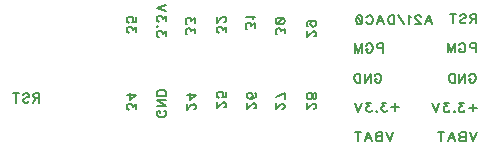
<source format=gbo>
G04 DipTrace 3.0.0.2*
G04 Teensy-TC36--T3.2-Adapter.gbo*
%MOIN*%
G04 #@! TF.FileFunction,Legend,Bot*
G04 #@! TF.Part,Single*
G04 #@! TA.AperFunction,Conductor*
%ADD14C,0.007*%
%FSLAX26Y26*%
G04*
G70*
G90*
G75*
G01*
G04 BotSilk*
%LPD*%
X733923Y678141D2*
D14*
X721023D1*
X716712Y679601D1*
X715253Y681027D1*
X713827Y683878D1*
Y686763D1*
X715253Y689615D1*
X716712Y691075D1*
X721023Y692500D1*
X733923D1*
Y662356D1*
X723875Y678141D2*
X713827Y662356D1*
X679731Y688189D2*
X682583Y691075D1*
X686894Y692500D1*
X692631D1*
X696942Y691075D1*
X699827Y688189D1*
Y685338D1*
X698368Y682452D1*
X696942Y681027D1*
X694090Y679601D1*
X685468Y676715D1*
X682583Y675290D1*
X681157Y673830D1*
X679731Y670979D1*
Y666667D1*
X682583Y663816D1*
X686894Y662356D1*
X692631D1*
X696942Y663816D1*
X699827Y666667D1*
X655683Y692500D2*
Y662356D1*
X665731Y692500D2*
X645635D1*
X2190887Y941964D2*
X2177987D1*
X2173676Y943423D1*
X2172217Y944849D1*
X2170791Y947701D1*
Y950586D1*
X2172217Y953438D1*
X2173676Y954897D1*
X2177987Y956323D1*
X2190887D1*
Y926179D1*
X2180839Y941964D2*
X2170791Y926179D1*
X2136695Y952012D2*
X2139547Y954897D1*
X2143858Y956323D1*
X2149595D1*
X2153906Y954897D1*
X2156791Y952012D1*
Y949160D1*
X2155332Y946275D1*
X2153906Y944849D1*
X2151054Y943423D1*
X2142432Y940538D1*
X2139547Y939112D1*
X2138121Y937653D1*
X2136695Y934801D1*
Y930490D1*
X2139547Y927638D1*
X2143858Y926179D1*
X2149595D1*
X2153906Y927638D1*
X2156791Y930490D1*
X2112647Y956323D2*
Y926179D1*
X2122695Y956323D2*
X2102599D1*
X2188776Y844702D2*
X2175843D1*
X2171565Y846128D1*
X2170106Y847587D1*
X2168680Y850439D1*
Y854750D1*
X2170106Y857602D1*
X2171565Y859061D1*
X2175843Y860487D1*
X2188776D1*
Y830343D1*
X2133158Y853324D2*
X2134584Y856176D1*
X2137469Y859061D1*
X2140321Y860487D1*
X2146058D1*
X2148943Y859061D1*
X2151795Y856176D1*
X2153254Y853324D1*
X2154680Y849013D1*
Y841817D1*
X2153254Y837539D1*
X2151795Y834654D1*
X2148943Y831802D1*
X2146058Y830343D1*
X2140321D1*
X2137469Y831802D1*
X2134584Y834654D1*
X2133158Y837539D1*
Y841817D1*
X2140321D1*
X2096210Y830343D2*
Y860487D1*
X2107684Y830343D1*
X2119158Y860487D1*
Y830343D1*
X1879165Y843380D2*
X1866231D1*
X1861954Y844805D1*
X1860494Y846265D1*
X1859069Y849117D1*
Y853428D1*
X1860494Y856279D1*
X1861954Y857739D1*
X1866231Y859165D1*
X1879165D1*
Y829021D1*
X1823547Y852002D2*
X1824973Y854853D1*
X1827858Y857739D1*
X1830709Y859165D1*
X1836446D1*
X1839332Y857739D1*
X1842183Y854853D1*
X1843643Y852002D1*
X1845069Y847691D1*
Y840494D1*
X1843643Y836217D1*
X1842183Y833332D1*
X1839332Y830480D1*
X1836446Y829021D1*
X1830709D1*
X1827858Y830480D1*
X1824973Y833332D1*
X1823547Y836217D1*
Y840494D1*
X1830709D1*
X1786599Y829021D2*
Y859165D1*
X1798073Y829021D1*
X1809547Y859165D1*
Y829021D1*
X2167012Y751907D2*
X2168438Y754759D1*
X2171323Y757644D1*
X2174175Y759070D1*
X2179912D1*
X2182797Y757644D1*
X2185649Y754759D1*
X2187108Y751907D1*
X2188534Y747596D1*
Y740400D1*
X2187108Y736122D1*
X2185649Y733237D1*
X2182797Y730385D1*
X2179912Y728926D1*
X2174175D1*
X2171323Y730385D1*
X2168438Y733237D1*
X2167012Y736122D1*
Y740400D1*
X2174175D1*
X2132916Y759070D2*
Y728926D1*
X2153012Y759070D1*
Y728926D1*
X2118916Y759070D2*
Y728926D1*
X2108868D1*
X2104557Y730385D1*
X2101672Y733237D1*
X2100246Y736122D1*
X2098820Y740400D1*
Y747596D1*
X2100246Y751907D1*
X2101672Y754759D1*
X2104557Y757644D1*
X2108868Y759070D1*
X2118916D1*
X1852919Y751650D2*
X1854345Y754502D1*
X1857230Y757387D1*
X1860082Y758813D1*
X1865819D1*
X1868704Y757387D1*
X1871556Y754502D1*
X1873015Y751650D1*
X1874441Y747339D1*
Y740143D1*
X1873015Y735865D1*
X1871556Y732980D1*
X1868704Y730128D1*
X1865819Y728669D1*
X1860082D1*
X1857230Y730128D1*
X1854345Y732980D1*
X1852919Y735865D1*
Y740143D1*
X1860082D1*
X1818823Y758813D2*
Y728669D1*
X1838919Y758813D1*
Y728669D1*
X1804823Y758813D2*
Y728669D1*
X1794775D1*
X1790464Y730128D1*
X1787579Y732980D1*
X1786153Y735865D1*
X1784727Y740143D1*
Y747339D1*
X1786153Y751650D1*
X1787579Y754502D1*
X1790464Y757387D1*
X1794775Y758813D1*
X1804823D1*
X2179881Y658723D2*
Y632890D1*
X2192781Y645790D2*
X2166948D1*
X2150063Y660862D2*
X2134311D1*
X2142900Y649388D1*
X2138589D1*
X2135737Y647962D1*
X2134311Y646536D1*
X2132852Y642225D1*
Y639374D1*
X2134311Y635062D1*
X2137163Y632177D1*
X2141474Y630751D1*
X2145785D1*
X2150063Y632177D1*
X2151489Y633637D1*
X2152948Y636488D1*
X2117426Y633637D2*
X2118852Y632177D1*
X2117426Y630751D1*
X2115967Y632177D1*
X2117426Y633637D1*
X2099082Y660862D2*
X2083330D1*
X2091919Y649388D1*
X2087608D1*
X2084756Y647962D1*
X2083330Y646536D1*
X2081871Y642225D1*
Y639374D1*
X2083330Y635062D1*
X2086182Y632177D1*
X2090493Y630751D1*
X2094804D1*
X2099082Y632177D1*
X2100508Y633637D1*
X2101967Y636488D1*
X2067871Y660895D2*
X2056397Y630751D1*
X2044923Y660895D1*
X1921016Y659726D2*
Y633893D1*
X1933916Y646793D2*
X1908083D1*
X1891198Y661865D2*
X1875446D1*
X1884035Y650391D1*
X1879724D1*
X1876872Y648965D1*
X1875446Y647539D1*
X1873987Y643228D1*
Y640376D1*
X1875446Y636065D1*
X1878298Y633180D1*
X1882609Y631754D1*
X1886920D1*
X1891198Y633180D1*
X1892624Y634639D1*
X1894083Y637491D1*
X1858561Y634639D2*
X1859987Y633180D1*
X1858561Y631754D1*
X1857102Y633180D1*
X1858561Y634639D1*
X1840217Y661865D2*
X1824465D1*
X1833054Y650391D1*
X1828743D1*
X1825891Y648965D1*
X1824465Y647539D1*
X1823006Y643228D1*
Y640376D1*
X1824465Y636065D1*
X1827317Y633180D1*
X1831628Y631754D1*
X1835939D1*
X1840217Y633180D1*
X1841643Y634639D1*
X1843102Y637491D1*
X1809006Y661898D2*
X1797532Y631754D1*
X1786058Y661898D1*
X2191876Y562721D2*
X2180402Y532577D1*
X2168928Y562721D1*
X2154928D2*
Y532577D1*
X2141995D1*
X2137684Y534036D1*
X2136258Y535462D1*
X2134832Y538314D1*
Y542625D1*
X2136258Y545510D1*
X2137684Y546936D1*
X2141995Y548362D1*
X2137684Y549821D1*
X2136258Y551247D1*
X2134832Y554099D1*
Y556984D1*
X2136258Y559836D1*
X2137684Y561295D1*
X2141995Y562721D1*
X2154928D1*
Y548362D2*
X2141995D1*
X2097851Y532577D2*
X2109358Y562721D1*
X2120832Y532577D1*
X2116521Y542625D2*
X2102162D1*
X2073803Y562721D2*
Y532577D1*
X2083851Y562721D2*
X2063755D1*
X1913175Y563724D2*
X1901701Y533580D1*
X1890227Y563724D1*
X1876227D2*
Y533580D1*
X1863294D1*
X1858983Y535039D1*
X1857557Y536465D1*
X1856131Y539317D1*
Y543628D1*
X1857557Y546513D1*
X1858983Y547939D1*
X1863294Y549365D1*
X1858983Y550824D1*
X1857557Y552250D1*
X1856131Y555102D1*
Y557987D1*
X1857557Y560838D1*
X1858983Y562298D1*
X1863294Y563724D1*
X1876227D1*
Y549365D2*
X1863294D1*
X1819150Y533580D2*
X1830657Y563724D1*
X1842131Y533580D1*
X1837820Y543628D2*
X1823461D1*
X1795102Y563724D2*
Y533580D1*
X1805150Y563724D2*
X1785054D1*
X2020431Y923116D2*
X2031938Y953260D1*
X2043412Y923116D1*
X2039101Y933164D2*
X2024742D1*
X2004972Y946064D2*
Y947490D1*
X2003546Y950375D1*
X2002120Y951801D1*
X1999235Y953227D1*
X1993498D1*
X1990646Y951801D1*
X1989220Y950375D1*
X1987761Y947490D1*
Y944638D1*
X1989220Y941753D1*
X1992072Y937475D1*
X2006431Y923116D1*
X1986335D1*
X1972335Y947490D2*
X1969450Y948949D1*
X1965139Y953227D1*
Y923116D1*
X1951139D2*
X1931043Y953227D1*
X1917043Y953260D2*
Y923116D1*
X1906995D1*
X1902684Y924575D1*
X1899799Y927427D1*
X1898373Y930312D1*
X1896947Y934590D1*
Y941786D1*
X1898373Y946097D1*
X1899799Y948949D1*
X1902684Y951834D1*
X1906995Y953260D1*
X1917043D1*
X1859966Y923116D2*
X1871473Y953260D1*
X1882947Y923116D1*
X1878636Y933164D2*
X1864277D1*
X1824444Y946097D2*
X1825870Y948949D1*
X1828755Y951834D1*
X1831607Y953260D1*
X1837344D1*
X1840229Y951834D1*
X1843081Y948949D1*
X1844540Y946097D1*
X1845966Y941786D1*
Y934590D1*
X1844540Y930312D1*
X1843081Y927427D1*
X1840229Y924575D1*
X1837344Y923116D1*
X1831607D1*
X1828755Y924575D1*
X1825870Y927427D1*
X1824444Y930312D1*
X1801822Y953227D2*
X1806133Y951801D1*
X1809018Y947490D1*
X1810444Y940327D1*
Y936016D1*
X1809018Y928853D1*
X1806133Y924542D1*
X1801822Y923116D1*
X1798970D1*
X1794659Y924542D1*
X1791807Y928853D1*
X1790348Y936016D1*
Y940327D1*
X1791807Y947490D1*
X1794659Y951801D1*
X1798970Y953227D1*
X1801822D1*
X1791807Y947490D2*
X1809018Y928853D1*
X1156833Y883808D2*
Y899560D1*
X1145359Y890971D1*
Y895282D1*
X1143933Y898134D1*
X1142508Y899560D1*
X1138197Y901019D1*
X1135345D1*
X1131034Y899560D1*
X1128149Y896708D1*
X1126723Y892397D1*
Y888086D1*
X1128149Y883808D1*
X1129608Y882382D1*
X1132460Y880923D1*
X1129608Y916445D2*
X1128149Y915019D1*
X1126723Y916445D1*
X1128149Y917904D1*
X1129608Y916445D1*
X1156833Y934789D2*
Y950541D1*
X1145359Y941952D1*
Y946263D1*
X1143933Y949115D1*
X1142508Y950541D1*
X1138196Y952000D1*
X1135345D1*
X1131034Y950541D1*
X1128149Y947689D1*
X1126723Y943378D1*
Y939067D1*
X1128149Y934789D1*
X1129608Y933363D1*
X1132460Y931904D1*
X1156867Y966000D2*
X1126723Y977474D1*
X1156867Y988948D1*
X1056833Y897641D2*
Y913393D1*
X1045359Y904804D1*
Y909115D1*
X1043933Y911967D1*
X1042508Y913393D1*
X1038196Y914852D1*
X1035345D1*
X1031034Y913393D1*
X1028149Y910541D1*
X1026723Y906230D1*
Y901919D1*
X1028149Y897641D1*
X1029608Y896215D1*
X1032460Y894756D1*
X1056833Y946063D2*
Y931737D1*
X1043933Y930311D1*
X1045359Y931737D1*
X1046819Y936048D1*
Y940326D1*
X1045359Y944637D1*
X1042508Y947522D1*
X1038197Y948948D1*
X1035345D1*
X1031034Y947522D1*
X1028149Y944637D1*
X1026723Y940326D1*
Y936048D1*
X1028148Y931737D1*
X1029608Y930311D1*
X1032460Y928852D1*
X1251833Y892641D2*
Y908393D1*
X1240359Y899804D1*
Y904115D1*
X1238933Y906967D1*
X1237508Y908393D1*
X1233196Y909852D1*
X1230345D1*
X1226034Y908393D1*
X1223149Y905541D1*
X1221723Y901230D1*
Y896919D1*
X1223149Y892641D1*
X1224608Y891215D1*
X1227460Y889756D1*
X1251833Y926737D2*
Y942488D1*
X1240359Y933900D1*
Y938211D1*
X1238934Y941063D1*
X1237508Y942488D1*
X1233197Y943948D1*
X1230345D1*
X1226034Y942488D1*
X1223149Y939637D1*
X1221723Y935326D1*
Y931015D1*
X1223148Y926737D1*
X1224608Y925311D1*
X1227460Y923852D1*
X1356833Y897641D2*
Y913393D1*
X1345359Y904804D1*
Y909115D1*
X1343933Y911967D1*
X1342508Y913393D1*
X1338196Y914852D1*
X1335345D1*
X1331034Y913393D1*
X1328149Y910541D1*
X1326723Y906230D1*
Y901919D1*
X1328149Y897641D1*
X1329608Y896215D1*
X1332460Y894756D1*
X1349670Y930311D2*
X1351096D1*
X1353981Y931737D1*
X1355407Y933163D1*
X1356833Y936048D1*
Y941785D1*
X1355407Y944637D1*
X1353982Y946063D1*
X1351096Y947522D1*
X1348245D1*
X1345359Y946063D1*
X1341082Y943211D1*
X1326723Y928852D1*
Y948948D1*
X1451833Y910541D2*
Y926292D1*
X1440359Y917704D1*
Y922015D1*
X1438933Y924866D1*
X1437508Y926292D1*
X1433196Y927752D1*
X1430345D1*
X1426034Y926292D1*
X1423149Y923441D1*
X1421723Y919130D1*
Y914819D1*
X1423149Y910541D1*
X1424608Y909115D1*
X1427460Y907656D1*
X1446096Y941751D2*
X1447556Y944637D1*
X1451833Y948948D1*
X1421723D1*
X1551833Y892641D2*
Y908393D1*
X1540359Y899804D1*
Y904115D1*
X1538933Y906967D1*
X1537508Y908393D1*
X1533196Y909852D1*
X1530345D1*
X1526034Y908393D1*
X1523149Y905541D1*
X1521723Y901230D1*
Y896919D1*
X1523149Y892641D1*
X1524608Y891215D1*
X1527460Y889756D1*
X1551833Y932474D2*
X1550407Y928163D1*
X1546096Y925278D1*
X1538933Y923852D1*
X1534622D1*
X1527460Y925278D1*
X1523148Y928163D1*
X1521723Y932474D1*
Y935326D1*
X1523149Y939637D1*
X1527460Y942488D1*
X1534623Y943948D1*
X1538934D1*
X1546096Y942488D1*
X1550407Y939637D1*
X1551833Y935326D1*
Y932474D1*
X1546096Y942488D2*
X1527460Y925278D1*
X1649670Y882641D2*
X1651096D1*
X1653981Y884067D1*
X1655407Y885493D1*
X1656833Y888378D1*
Y894115D1*
X1655407Y896967D1*
X1653981Y898393D1*
X1651096Y899852D1*
X1648244D1*
X1645359Y898393D1*
X1641082Y895541D1*
X1626723Y881182D1*
Y901278D1*
X1646819Y933948D2*
X1642508Y932488D1*
X1639622Y929637D1*
X1638197Y925326D1*
Y923900D1*
X1639622Y919589D1*
X1642508Y916737D1*
X1646819Y915278D1*
X1648245D1*
X1652556Y916737D1*
X1655407Y919589D1*
X1656833Y923900D1*
Y925326D1*
X1655407Y929637D1*
X1652556Y932488D1*
X1646819Y933948D1*
X1639623D1*
X1632460Y932488D1*
X1628149Y929637D1*
X1626723Y925326D1*
Y922474D1*
X1628148Y918163D1*
X1631034Y916737D1*
X1149704Y635756D2*
X1152556Y634330D1*
X1155441Y631445D1*
X1156867Y628593D1*
Y622856D1*
X1155441Y619971D1*
X1152556Y617119D1*
X1149704Y615660D1*
X1145393Y614234D1*
X1138197D1*
X1133919Y615660D1*
X1131034Y617119D1*
X1128182Y619971D1*
X1126723Y622856D1*
Y628593D1*
X1128182Y631445D1*
X1131034Y634330D1*
X1133919Y635756D1*
X1138197D1*
Y628593D1*
X1156867Y669852D2*
X1126723D1*
X1156867Y649756D1*
X1126723D1*
X1156867Y683852D2*
X1126723D1*
Y693900D1*
X1128182Y698211D1*
X1131034Y701096D1*
X1133919Y702522D1*
X1138197Y703948D1*
X1145393D1*
X1149704Y702522D1*
X1152556Y701096D1*
X1155441Y698211D1*
X1156867Y693900D1*
Y683852D1*
X1056833Y641215D2*
Y656967D1*
X1045359Y648378D1*
Y652689D1*
X1043933Y655541D1*
X1042508Y656967D1*
X1038196Y658426D1*
X1035345D1*
X1031034Y656967D1*
X1028149Y654115D1*
X1026723Y649804D1*
Y645493D1*
X1028149Y641215D1*
X1029608Y639789D1*
X1032460Y638330D1*
X1026723Y686785D2*
X1056833D1*
X1036771Y672426D1*
Y693948D1*
X1249670Y639789D2*
X1251096D1*
X1253981Y641215D1*
X1255407Y642641D1*
X1256833Y645526D1*
Y651263D1*
X1255407Y654115D1*
X1253981Y655541D1*
X1251096Y657000D1*
X1248244D1*
X1245359Y655541D1*
X1241082Y652689D1*
X1226723Y638330D1*
Y658426D1*
Y686785D2*
X1256833D1*
X1236771Y672426D1*
Y693948D1*
X1349670Y646215D2*
X1351096D1*
X1353981Y647641D1*
X1355407Y649067D1*
X1356833Y651952D1*
Y657689D1*
X1355407Y660541D1*
X1353981Y661967D1*
X1351096Y663426D1*
X1348244D1*
X1345359Y661967D1*
X1341082Y659115D1*
X1326723Y644756D1*
Y664852D1*
X1356833Y696063D2*
Y681737D1*
X1343933Y680311D1*
X1345359Y681737D1*
X1346819Y686048D1*
Y690326D1*
X1345359Y694637D1*
X1342508Y697522D1*
X1338197Y698948D1*
X1335345D1*
X1331034Y697522D1*
X1328149Y694637D1*
X1326723Y690326D1*
Y686048D1*
X1328148Y681737D1*
X1329608Y680311D1*
X1332460Y678852D1*
X1449670Y642674D2*
X1451096D1*
X1453981Y644100D1*
X1455407Y645526D1*
X1456833Y648411D1*
Y654148D1*
X1455407Y657000D1*
X1453981Y658426D1*
X1451096Y659885D1*
X1448244D1*
X1445359Y658426D1*
X1441082Y655574D1*
X1426723Y641215D1*
Y661311D1*
X1452556Y692522D2*
X1455407Y691096D1*
X1456833Y686785D1*
Y683933D1*
X1455407Y679622D1*
X1451096Y676737D1*
X1443933Y675311D1*
X1436771D1*
X1431034Y676737D1*
X1428148Y679622D1*
X1426723Y683933D1*
Y685359D1*
X1428149Y689637D1*
X1431034Y692522D1*
X1435345Y693948D1*
X1436771D1*
X1441082Y692522D1*
X1443934Y689637D1*
X1445359Y685359D1*
Y683933D1*
X1443933Y679622D1*
X1441082Y676737D1*
X1436771Y675311D1*
X1544670Y641215D2*
X1546096D1*
X1548981Y642641D1*
X1550407Y644067D1*
X1551833Y646952D1*
Y652689D1*
X1550407Y655541D1*
X1548981Y656967D1*
X1546096Y658426D1*
X1543244D1*
X1540359Y656967D1*
X1536082Y654115D1*
X1521723Y639756D1*
Y659852D1*
Y679589D2*
X1551833Y693948D1*
Y673852D1*
X1649670Y641248D2*
X1651096D1*
X1653981Y642674D1*
X1655407Y644100D1*
X1656833Y646985D1*
Y652722D1*
X1655407Y655574D1*
X1653981Y657000D1*
X1651096Y658459D1*
X1648244D1*
X1645359Y657000D1*
X1641082Y654148D1*
X1626723Y639789D1*
Y659885D1*
X1656833Y681048D2*
X1655407Y676770D1*
X1652556Y675311D1*
X1649670D1*
X1646819Y676770D1*
X1645359Y679622D1*
X1643933Y685359D1*
X1642508Y689670D1*
X1639623Y692522D1*
X1636771Y693948D1*
X1632460D1*
X1629608Y692522D1*
X1628149Y691096D1*
X1626723Y686785D1*
Y681048D1*
X1628148Y676770D1*
X1629608Y675311D1*
X1632460Y673885D1*
X1636771D1*
X1639622Y675311D1*
X1642508Y678196D1*
X1643933Y682474D1*
X1645359Y688211D1*
X1646819Y691096D1*
X1649671Y692522D1*
X1652556D1*
X1655407Y691096D1*
X1656833Y686785D1*
Y681048D1*
M02*

</source>
